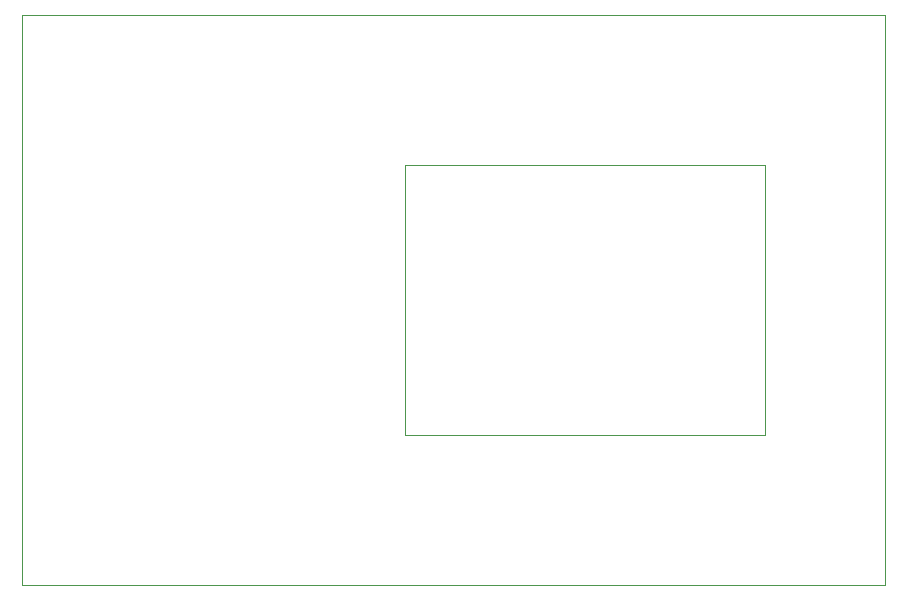
<source format=gbr>
%TF.GenerationSoftware,KiCad,Pcbnew,7.0.6*%
%TF.CreationDate,2023-08-02T14:22:49+01:00*%
%TF.ProjectId,Outline2,4f75746c-696e-4653-922e-6b696361645f,rev?*%
%TF.SameCoordinates,Original*%
%TF.FileFunction,Profile,NP*%
%FSLAX46Y46*%
G04 Gerber Fmt 4.6, Leading zero omitted, Abs format (unit mm)*
G04 Created by KiCad (PCBNEW 7.0.6) date 2023-08-02 14:22:49*
%MOMM*%
%LPD*%
G01*
G04 APERTURE LIST*
%TA.AperFunction,Profile*%
%ADD10C,0.100000*%
%TD*%
G04 APERTURE END LIST*
D10*
X114550000Y-26670000D02*
X145030000Y-26670000D01*
X145030000Y-49530000D01*
X114550000Y-49530000D01*
X114550000Y-26670000D01*
X82165000Y-13970000D02*
X155190000Y-13970000D01*
X155190000Y-62230000D01*
X82165000Y-62230000D01*
X82165000Y-13970000D01*
M02*

</source>
